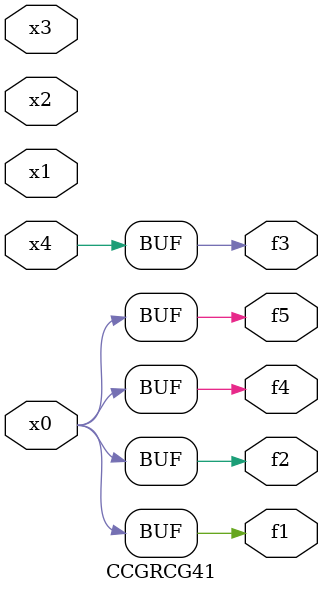
<source format=v>
module CCGRCG41(
	input x0, x1, x2, x3, x4,
	output f1, f2, f3, f4, f5
);
	assign f1 = x0;
	assign f2 = x0;
	assign f3 = x4;
	assign f4 = x0;
	assign f5 = x0;
endmodule

</source>
